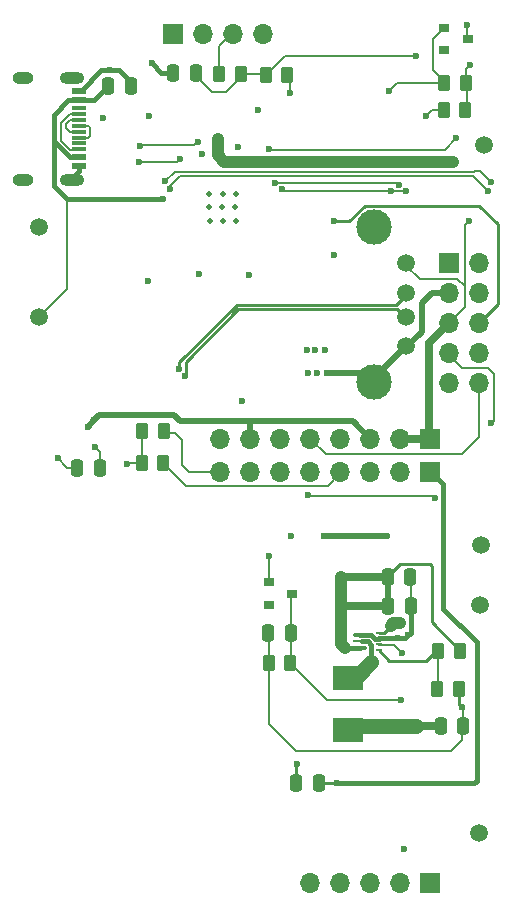
<source format=gbr>
%TF.GenerationSoftware,KiCad,Pcbnew,7.0.10*%
%TF.CreationDate,2025-01-07T15:59:30-07:00*%
%TF.ProjectId,HATA_ver_8.3.1,48415441-5f76-4657-925f-382e332e312e,8.3.1*%
%TF.SameCoordinates,Original*%
%TF.FileFunction,Copper,L1,Top*%
%TF.FilePolarity,Positive*%
%FSLAX46Y46*%
G04 Gerber Fmt 4.6, Leading zero omitted, Abs format (unit mm)*
G04 Created by KiCad (PCBNEW 7.0.10) date 2025-01-07 15:59:30*
%MOMM*%
%LPD*%
G01*
G04 APERTURE LIST*
G04 Aperture macros list*
%AMRoundRect*
0 Rectangle with rounded corners*
0 $1 Rounding radius*
0 $2 $3 $4 $5 $6 $7 $8 $9 X,Y pos of 4 corners*
0 Add a 4 corners polygon primitive as box body*
4,1,4,$2,$3,$4,$5,$6,$7,$8,$9,$2,$3,0*
0 Add four circle primitives for the rounded corners*
1,1,$1+$1,$2,$3*
1,1,$1+$1,$4,$5*
1,1,$1+$1,$6,$7*
1,1,$1+$1,$8,$9*
0 Add four rect primitives between the rounded corners*
20,1,$1+$1,$2,$3,$4,$5,0*
20,1,$1+$1,$4,$5,$6,$7,0*
20,1,$1+$1,$6,$7,$8,$9,0*
20,1,$1+$1,$8,$9,$2,$3,0*%
G04 Aperture macros list end*
%TA.AperFunction,SMDPad,CuDef*%
%ADD10RoundRect,0.250000X0.262500X0.450000X-0.262500X0.450000X-0.262500X-0.450000X0.262500X-0.450000X0*%
%TD*%
%TA.AperFunction,ComponentPad*%
%ADD11C,1.500000*%
%TD*%
%TA.AperFunction,SMDPad,CuDef*%
%ADD12R,0.900000X0.800000*%
%TD*%
%TA.AperFunction,SMDPad,CuDef*%
%ADD13RoundRect,0.250000X-0.250000X-0.475000X0.250000X-0.475000X0.250000X0.475000X-0.250000X0.475000X0*%
%TD*%
%TA.AperFunction,ComponentPad*%
%ADD14C,1.501140*%
%TD*%
%TA.AperFunction,ComponentPad*%
%ADD15C,2.999740*%
%TD*%
%TA.AperFunction,SMDPad,CuDef*%
%ADD16RoundRect,0.250000X-0.262500X-0.450000X0.262500X-0.450000X0.262500X0.450000X-0.262500X0.450000X0*%
%TD*%
%TA.AperFunction,ComponentPad*%
%ADD17R,1.700000X1.700000*%
%TD*%
%TA.AperFunction,ComponentPad*%
%ADD18O,1.700000X1.700000*%
%TD*%
%TA.AperFunction,SMDPad,CuDef*%
%ADD19RoundRect,0.087500X-0.487500X-0.087500X0.487500X-0.087500X0.487500X0.087500X-0.487500X0.087500X0*%
%TD*%
%TA.AperFunction,SMDPad,CuDef*%
%ADD20RoundRect,0.050000X-0.675000X-0.050000X0.675000X-0.050000X0.675000X0.050000X-0.675000X0.050000X0*%
%TD*%
%TA.AperFunction,SMDPad,CuDef*%
%ADD21RoundRect,0.062500X-0.162500X-0.062500X0.162500X-0.062500X0.162500X0.062500X-0.162500X0.062500X0*%
%TD*%
%TA.AperFunction,SMDPad,CuDef*%
%ADD22RoundRect,0.250000X0.250000X0.475000X-0.250000X0.475000X-0.250000X-0.475000X0.250000X-0.475000X0*%
%TD*%
%TA.AperFunction,SMDPad,CuDef*%
%ADD23R,2.600000X2.150000*%
%TD*%
%TA.AperFunction,ComponentPad*%
%ADD24O,1.800000X1.000000*%
%TD*%
%TA.AperFunction,ComponentPad*%
%ADD25O,2.100000X1.000000*%
%TD*%
%TA.AperFunction,SMDPad,CuDef*%
%ADD26R,1.150000X0.600000*%
%TD*%
%TA.AperFunction,SMDPad,CuDef*%
%ADD27R,1.150000X0.300000*%
%TD*%
%TA.AperFunction,ComponentPad*%
%ADD28C,0.508000*%
%TD*%
%TA.AperFunction,ViaPad*%
%ADD29C,0.600000*%
%TD*%
%TA.AperFunction,Conductor*%
%ADD30C,0.177800*%
%TD*%
%TA.AperFunction,Conductor*%
%ADD31C,0.381000*%
%TD*%
%TA.AperFunction,Conductor*%
%ADD32C,0.254000*%
%TD*%
%TA.AperFunction,Conductor*%
%ADD33C,0.508000*%
%TD*%
%TA.AperFunction,Conductor*%
%ADD34C,0.200000*%
%TD*%
%TA.AperFunction,Conductor*%
%ADD35C,1.270000*%
%TD*%
%TA.AperFunction,Conductor*%
%ADD36C,0.635000*%
%TD*%
%TA.AperFunction,Conductor*%
%ADD37C,1.016000*%
%TD*%
%TA.AperFunction,Conductor*%
%ADD38C,0.228600*%
%TD*%
G04 APERTURE END LIST*
D10*
%TO.P,R1,1*%
%TO.N,Net-(C3-Pad1)*%
X223352500Y-156700000D03*
%TO.P,R1,2*%
%TO.N,GND*%
X221527500Y-156700000D03*
%TD*%
D11*
%TO.P,TP3,1,1*%
%TO.N,Net-(C3-Pad1)*%
X239430000Y-151780000D03*
%TD*%
D12*
%TO.P,D1,*%
%TO.N,*%
X221520000Y-151750000D03*
%TO.P,D1,1,K*%
%TO.N,Net-(C3-Pad1)*%
X223520000Y-150800000D03*
%TO.P,D1,2,A*%
%TO.N,/Power control/EXT_EN*%
X221520000Y-149850000D03*
%TD*%
D13*
%TO.P,C4,1*%
%TO.N,/BBD_IPS_OUT*%
X236090000Y-162000000D03*
%TO.P,C4,2*%
%TO.N,GND*%
X237990000Y-162000000D03*
%TD*%
%TO.P,C1,1*%
%TO.N,/Power control/AC_IN*%
X207940000Y-107840000D03*
%TO.P,C1,2*%
%TO.N,GND*%
X209840000Y-107840000D03*
%TD*%
D10*
%TO.P,R7,1*%
%TO.N,/SDA*%
X223092500Y-106910000D03*
%TO.P,R7,2*%
%TO.N,/3v3*%
X221267500Y-106910000D03*
%TD*%
D11*
%TO.P,TP5,1,1*%
%TO.N,/Power control/AC_IN*%
X202040000Y-127380000D03*
%TD*%
D14*
%TO.P,P3,1,VCC*%
%TO.N,/5V_OUT*%
X233160000Y-122845000D03*
%TO.P,P3,2,D-*%
%TO.N,/USB2_D-*%
X233160000Y-125345000D03*
%TO.P,P3,3,D+*%
%TO.N,/USB2_D+*%
X233160000Y-127345000D03*
%TO.P,P3,4,GND*%
%TO.N,/A_GND*%
X233160000Y-129845000D03*
D15*
%TO.P,P3,5,shield*%
X230450000Y-119775000D03*
X230450000Y-132915000D03*
%TD*%
D16*
%TO.P,R4,1*%
%TO.N,/BBD_PB2*%
X236337500Y-109830000D03*
%TO.P,R4,2*%
%TO.N,/5V_OUT*%
X238162500Y-109830000D03*
%TD*%
D17*
%TO.P,P6,1,Pin_1*%
%TO.N,/5V_OUT*%
X235200000Y-137680000D03*
D18*
%TO.P,P6,2,Pin_2*%
X232660000Y-137680000D03*
%TO.P,P6,3,Pin_3*%
%TO.N,GND*%
X230120000Y-137680000D03*
%TO.P,P6,4,Pin_4*%
%TO.N,Net-(D2-Pad2)*%
X227580000Y-137680000D03*
%TO.P,P6,5,Pin_5*%
%TO.N,/BBD_PB2*%
X225040000Y-137680000D03*
%TO.P,P6,6,Pin_6*%
%TO.N,/BBD_PA6*%
X222500000Y-137680000D03*
%TO.P,P6,7,Pin_7*%
%TO.N,GND*%
X219960000Y-137680000D03*
%TO.P,P6,8,Pin_8*%
%TO.N,Net-(C9-Pad2)*%
X217420000Y-137680000D03*
%TD*%
D11*
%TO.P,TP2,1,1*%
%TO.N,/BBD_IPS_OUT*%
X239490000Y-146720000D03*
%TD*%
D10*
%TO.P,R10,1*%
%TO.N,/PG11*%
X212592500Y-139740000D03*
%TO.P,R10,2*%
%TO.N,/A_GND*%
X210767500Y-139740000D03*
%TD*%
D13*
%TO.P,C7,1*%
%TO.N,/5V_OUT*%
X231650000Y-151890000D03*
%TO.P,C7,2*%
%TO.N,GND*%
X233550000Y-151890000D03*
%TD*%
D11*
%TO.P,TP4,1,1*%
%TO.N,/5V_OUT*%
X239350000Y-171050000D03*
%TD*%
D17*
%TO.P,P7,1,Pin_1*%
%TO.N,/5V_OUT*%
X235200000Y-175320000D03*
D18*
%TO.P,P7,2,Pin_2*%
%TO.N,Net-(P7-Pad2)*%
X232660000Y-175320000D03*
%TO.P,P7,3,Pin_3*%
%TO.N,Net-(P7-Pad3)*%
X230120000Y-175320000D03*
%TO.P,P7,4,Pin_4*%
%TO.N,/USB2_D+*%
X227580000Y-175320000D03*
%TO.P,P7,5,Pin_5*%
%TO.N,/USB2_D-*%
X225040000Y-175320000D03*
%TD*%
D19*
%TO.P,U3,1,GND*%
%TO.N,GND*%
X229235000Y-154300000D03*
D20*
%TO.P,U3,2,SW*%
%TO.N,/U2_SW*%
X229385000Y-154850000D03*
D19*
%TO.P,U3,3,Vout*%
%TO.N,/5V_OUT*%
X229260000Y-155400000D03*
D21*
%TO.P,U3,4,FB*%
%TO.N,/5V_FB*%
X230835000Y-155600000D03*
%TO.P,U3,5,ENA*%
%TO.N,Net-(C3-Pad1)*%
X230835000Y-155100000D03*
%TO.P,U3,6,MODE*%
%TO.N,GND*%
X230835000Y-154600000D03*
%TO.P,U3,7,VIN*%
%TO.N,/BBD_IPS_OUT*%
X230835000Y-154100000D03*
%TD*%
D10*
%TO.P,R21,1*%
%TO.N,/5V_OUT*%
X237672500Y-155640000D03*
%TO.P,R21,2*%
%TO.N,/5V_FB*%
X235847500Y-155640000D03*
%TD*%
D17*
%TO.P,P5,1,Pin_1*%
%TO.N,/3v3*%
X235200000Y-140470000D03*
D18*
%TO.P,P5,2,Pin_2*%
%TO.N,/SDA*%
X232660000Y-140470000D03*
%TO.P,P5,3,Pin_3*%
%TO.N,/SCL*%
X230120000Y-140470000D03*
%TO.P,P5,4,Pin_4*%
%TO.N,/PG11*%
X227580000Y-140470000D03*
%TO.P,P5,5,Pin_5*%
%TO.N,/A_GND*%
X225040000Y-140470000D03*
%TO.P,P5,6,Pin_6*%
%TO.N,unconnected-(P5-Pad6)*%
X222500000Y-140470000D03*
%TO.P,P5,7,Pin_7*%
%TO.N,unconnected-(P5-Pad7)*%
X219960000Y-140470000D03*
%TO.P,P5,8,Pin_8*%
%TO.N,/PA3*%
X217420000Y-140470000D03*
%TD*%
D22*
%TO.P,C5,1*%
%TO.N,/5V_OUT*%
X207190000Y-140130000D03*
%TO.P,C5,2*%
%TO.N,/A_GND*%
X205290000Y-140130000D03*
%TD*%
D13*
%TO.P,C6,1*%
%TO.N,/5V_OUT*%
X231600000Y-149390000D03*
%TO.P,C6,2*%
%TO.N,GND*%
X233500000Y-149390000D03*
%TD*%
D12*
%TO.P,D2,*%
%TO.N,*%
X236360000Y-104800000D03*
%TO.P,D2,1,K*%
%TO.N,/BBD_PB1*%
X238360000Y-103850000D03*
%TO.P,D2,2,A*%
%TO.N,Net-(D2-Pad2)*%
X236360000Y-102900000D03*
%TD*%
D17*
%TO.P,J10,1,Pin_1*%
%TO.N,/Power control/BATT+*%
X236790000Y-122800000D03*
D18*
%TO.P,J10,2,Pin_2*%
%TO.N,GND*%
X239330000Y-122800000D03*
%TO.P,J10,3,Pin_3*%
%TO.N,/A_GND*%
X236790000Y-125340000D03*
%TO.P,J10,4,Pin_4*%
%TO.N,GND*%
X239330000Y-125340000D03*
%TO.P,J10,5,Pin_5*%
%TO.N,/5V_OUT*%
X236790000Y-127880000D03*
%TO.P,J10,6,Pin_6*%
%TO.N,/BBD_IPS_OUT*%
X239330000Y-127880000D03*
%TO.P,J10,7,Pin_7*%
%TO.N,/BBD_PA6*%
X236790000Y-130420000D03*
%TO.P,J10,8,Pin_8*%
%TO.N,/BBD_CHG_LED*%
X239330000Y-130420000D03*
%TO.P,J10,9,Pin_9*%
%TO.N,/BBD_PB1*%
X236790000Y-132960000D03*
%TO.P,J10,10,Pin_10*%
%TO.N,/BBD_PB2*%
X239330000Y-132960000D03*
%TD*%
D17*
%TO.P,P2,1,Pin_1*%
%TO.N,/A_GND*%
X213390000Y-103390000D03*
D18*
%TO.P,P2,2,Pin_2*%
%TO.N,/5V_OUT*%
X215930000Y-103390000D03*
%TO.P,P2,3,Pin_3*%
%TO.N,/SCL*%
X218470000Y-103390000D03*
%TO.P,P2,4,Pin_4*%
%TO.N,/SDA*%
X221010000Y-103390000D03*
%TD*%
D16*
%TO.P,R22,1*%
%TO.N,/5V_FB*%
X235767500Y-158900000D03*
%TO.P,R22,2*%
%TO.N,GND*%
X237592500Y-158900000D03*
%TD*%
D11*
%TO.P,TP1,1,1*%
%TO.N,GND*%
X202040000Y-119730000D03*
%TD*%
%TO.P,TP6,1,1*%
%TO.N,/Power control/BATT+*%
X239770000Y-112850000D03*
%TD*%
D22*
%TO.P,C8,1*%
%TO.N,/3v3*%
X215340000Y-106720000D03*
%TO.P,C8,2*%
%TO.N,/A_GND*%
X213440000Y-106720000D03*
%TD*%
D23*
%TO.P,L1,1,1*%
%TO.N,/BBD_IPS_OUT*%
X228260000Y-162320000D03*
%TO.P,L1,2,2*%
%TO.N,/U2_SW*%
X228260000Y-157960000D03*
%TD*%
D10*
%TO.P,R14,1*%
%TO.N,/PA3*%
X212642500Y-137050000D03*
%TO.P,R14,2*%
%TO.N,/A_GND*%
X210817500Y-137050000D03*
%TD*%
D16*
%TO.P,R3,1*%
%TO.N,Net-(D2-Pad2)*%
X236367500Y-107540000D03*
%TO.P,R3,2*%
%TO.N,/5V_OUT*%
X238192500Y-107540000D03*
%TD*%
D24*
%TO.P,P1,1,Shell*%
%TO.N,GND*%
X200692500Y-115760000D03*
X200692500Y-107120000D03*
D25*
X204872500Y-115760000D03*
X204872500Y-107120000D03*
D26*
%TO.P,P1,A1/B12,GND*%
X205447500Y-108240000D03*
%TO.P,P1,A4/B9,Power*%
%TO.N,/Power control/AC_IN*%
X205447500Y-109040000D03*
D27*
%TO.P,P1,A5,CC1*%
%TO.N,Net-(P1-PadA5)*%
X205447500Y-110190000D03*
%TO.P,P1,A6,D+*%
%TO.N,Net-(P1-PadA6)*%
X205447500Y-111190000D03*
%TO.P,P1,A7,D-*%
%TO.N,Net-(P1-PadA7)*%
X205447500Y-111690000D03*
%TO.P,P1,A8,SBU1*%
%TO.N,unconnected-(P1-PadA8)*%
X205447500Y-112690000D03*
D26*
%TO.P,P1,B1/A12,GND*%
%TO.N,GND*%
X205447500Y-114640000D03*
%TO.P,P1,B4/A9,Power*%
%TO.N,/Power control/AC_IN*%
X205447500Y-113840000D03*
D27*
%TO.P,P1,B5,CC2*%
%TO.N,Net-(P1-PadA5)*%
X205447500Y-113190000D03*
%TO.P,P1,B6,D+*%
%TO.N,Net-(P1-PadA6)*%
X205447500Y-112190000D03*
%TO.P,P1,B7,D-*%
%TO.N,Net-(P1-PadA7)*%
X205447500Y-110690000D03*
%TO.P,P1,B8,SBU2*%
%TO.N,unconnected-(P1-PadB8)*%
X205447500Y-109690000D03*
%TD*%
D22*
%TO.P,C2,1*%
%TO.N,/3v3*%
X225760000Y-166830000D03*
%TO.P,C2,2*%
%TO.N,/A_GND*%
X223860000Y-166830000D03*
%TD*%
%TO.P,C3,1*%
%TO.N,Net-(C3-Pad1)*%
X223390000Y-154130000D03*
%TO.P,C3,2*%
%TO.N,GND*%
X221490000Y-154130000D03*
%TD*%
D16*
%TO.P,R8,1*%
%TO.N,/SCL*%
X217337500Y-106850000D03*
%TO.P,R8,2*%
%TO.N,/3v3*%
X219162500Y-106850000D03*
%TD*%
D28*
%TO.P,U4,49,GND_PAD*%
%TO.N,GND*%
X217610000Y-119250000D03*
X216435000Y-118100000D03*
X217610000Y-117000000D03*
X217585000Y-118100000D03*
X216485000Y-117000000D03*
X218735000Y-119225000D03*
X216510000Y-119225000D03*
X218685000Y-118100000D03*
X218710000Y-117000000D03*
%TD*%
D29*
%TO.N,/Power control/AC_IN*%
X212526250Y-117403750D03*
%TO.N,GND*%
X206170000Y-136660000D03*
X227026250Y-122093750D03*
X220566250Y-109863750D03*
X211376250Y-110403750D03*
X232440000Y-154600000D03*
X207506250Y-110493750D03*
X226260000Y-130170000D03*
X208100000Y-106510000D03*
X233330000Y-154340000D03*
X237860000Y-160440000D03*
X225416250Y-130153750D03*
X206685000Y-136145000D03*
X224726250Y-130153750D03*
%TO.N,/3v3*%
X227300000Y-166860000D03*
X233960000Y-105290000D03*
%TO.N,/A_GND*%
X203630000Y-139290000D03*
X223870000Y-165230000D03*
X211266250Y-124313750D03*
X224836250Y-132153750D03*
X223370000Y-145890000D03*
X231530000Y-145960000D03*
X226416250Y-132163750D03*
X225606250Y-132153750D03*
X211590000Y-105890000D03*
X232970000Y-172450000D03*
X209510000Y-139850000D03*
X226210000Y-145960000D03*
%TO.N,Net-(C3-Pad1)*%
X232750000Y-159770000D03*
X232770000Y-155810000D03*
%TO.N,/5V_OUT*%
X206830000Y-138420000D03*
X227620000Y-149490000D03*
X238472411Y-119230000D03*
X227620000Y-154680000D03*
X238580000Y-106030000D03*
X219210000Y-134460000D03*
X227620000Y-152060000D03*
%TO.N,/Power control/BATT+*%
X217190000Y-112330000D03*
X237080000Y-114250000D03*
X236210000Y-114220000D03*
X217202700Y-113160000D03*
X235430000Y-114220000D03*
%TO.N,/BBD_IPS_OUT*%
X218920000Y-112970000D03*
X215585000Y-123715000D03*
X232980000Y-162020000D03*
X231810000Y-162020000D03*
X233990000Y-162020000D03*
X231860000Y-153520000D03*
X232650000Y-153310000D03*
X240094577Y-116703898D03*
X219810000Y-123860000D03*
X213136250Y-116533750D03*
X215893304Y-113566588D03*
X227036250Y-119273750D03*
%TO.N,Net-(C16-Pad2)*%
X215530000Y-112530000D03*
X210576250Y-112873750D03*
%TO.N,/Power control/EXT_EN*%
X221530000Y-147630000D03*
%TO.N,Net-(D2-Pad2)*%
X231660000Y-108250000D03*
%TO.N,/BBD_PB1*%
X221530000Y-113130000D03*
X238300000Y-102680000D03*
X237390000Y-112250000D03*
%TO.N,/BBD_PB2*%
X234820000Y-110330000D03*
%TO.N,/BBD_PA6*%
X224830000Y-142470000D03*
X240340000Y-136400000D03*
X235580000Y-142680000D03*
%TO.N,/BBD_CHG_LED*%
X212763566Y-115851617D03*
X240320000Y-115960000D03*
%TO.N,/SCL*%
X222600000Y-116570000D03*
X233104040Y-116720000D03*
X231833789Y-116736211D03*
%TO.N,/SDA*%
X223280000Y-108430000D03*
X232530000Y-116170000D03*
X222010000Y-116030000D03*
%TO.N,/USB2_D-*%
X213930000Y-131750000D03*
%TO.N,/USB2_D+*%
X214410000Y-132340000D03*
%TO.N,Net-(R18-Pad1)*%
X213986250Y-113993750D03*
X210556250Y-114233750D03*
%TD*%
D30*
%TO.N,/Power control/AC_IN*%
X204413750Y-125006250D02*
X204413750Y-117403750D01*
D31*
X205447500Y-109040000D02*
X206720000Y-109040000D01*
X206720000Y-109040000D02*
X207940000Y-107820000D01*
X204413750Y-117403750D02*
X203340000Y-116330000D01*
X203310000Y-112470000D02*
X204720000Y-113880000D01*
X203340000Y-116330000D02*
X203340000Y-112500000D01*
X204550000Y-109040000D02*
X203310000Y-110280000D01*
D30*
X202040000Y-127380000D02*
X204413750Y-125006250D01*
D31*
X205447500Y-109040000D02*
X204550000Y-109040000D01*
X204720000Y-113880000D02*
X205340000Y-113880000D01*
X212526250Y-117403750D02*
X204413750Y-117403750D01*
X203310000Y-110280000D02*
X203310000Y-112470000D01*
D32*
%TO.N,GND*%
X237592500Y-160172500D02*
X237825000Y-160405000D01*
D31*
X205447500Y-115022500D02*
X204830000Y-115640000D01*
D33*
X228660000Y-136220000D02*
X214020000Y-136220000D01*
D31*
X205590000Y-108240000D02*
X207320000Y-106510000D01*
X205447500Y-114640000D02*
X205447500Y-115022500D01*
D32*
X237825000Y-160405000D02*
X237860000Y-160440000D01*
D30*
X221527500Y-161877500D02*
X223820000Y-164170000D01*
D31*
X233330000Y-154340000D02*
X233550000Y-154120000D01*
X208810000Y-106510000D02*
X209980000Y-107680000D01*
X208100000Y-106510000D02*
X208810000Y-106510000D01*
X230160190Y-154291678D02*
X230475683Y-154607171D01*
D33*
X207150000Y-135680000D02*
X206685000Y-136145000D01*
X214020000Y-136220000D02*
X213480000Y-135680000D01*
D30*
X236940000Y-164170000D02*
X237880000Y-163230000D01*
D31*
X230475683Y-154607171D02*
X230809998Y-154607171D01*
D33*
X213480000Y-135680000D02*
X207150000Y-135680000D01*
D31*
X230835000Y-154600000D02*
X232440000Y-154600000D01*
D34*
X237990000Y-160570000D02*
X237990000Y-162000000D01*
D31*
X233550000Y-154120000D02*
X233550000Y-151890000D01*
D33*
X206685000Y-136145000D02*
X206170000Y-136660000D01*
D30*
X221527500Y-156700000D02*
X221527500Y-154092500D01*
X221527500Y-156700000D02*
X221527500Y-161877500D01*
D32*
X237860000Y-160440000D02*
X237980000Y-160560000D01*
D31*
X233330000Y-154340000D02*
X233070000Y-154600000D01*
D33*
X230120000Y-137680000D02*
X228660000Y-136220000D01*
D32*
X237592500Y-158900000D02*
X237592500Y-160172500D01*
D34*
X233560000Y-149450000D02*
X233560000Y-152150000D01*
X237980000Y-160560000D02*
X237990000Y-160570000D01*
D31*
X233070000Y-154600000D02*
X232440000Y-154600000D01*
D30*
X223820000Y-164170000D02*
X236940000Y-164170000D01*
D31*
X207320000Y-106510000D02*
X208100000Y-106510000D01*
D33*
X219960000Y-136270000D02*
X219960000Y-137740000D01*
D31*
X229243320Y-154291680D02*
X230160183Y-154291680D01*
D30*
X237880000Y-163230000D02*
X237880000Y-162060000D01*
D31*
X229235000Y-154300000D02*
X229243320Y-154291680D01*
%TO.N,/3v3*%
X239120000Y-166640000D02*
X238900000Y-166860000D01*
X236247811Y-141517811D02*
X236247811Y-152067811D01*
X235200000Y-140470000D02*
X236247811Y-141517811D01*
D30*
X221267500Y-106910000D02*
X222887500Y-105290000D01*
X219162500Y-106850000D02*
X221240000Y-106850000D01*
X217860000Y-108350000D02*
X216700000Y-108350000D01*
D32*
X227270000Y-166830000D02*
X227300000Y-166860000D01*
X225760000Y-166830000D02*
X227270000Y-166830000D01*
D30*
X216700000Y-108350000D02*
X215410000Y-107060000D01*
X219162500Y-107047500D02*
X217860000Y-108350000D01*
X222887500Y-105290000D02*
X233960000Y-105290000D01*
D31*
X236247811Y-152067811D02*
X239120000Y-154940000D01*
X239120000Y-154940000D02*
X239120000Y-166640000D01*
X238900000Y-166860000D02*
X227300000Y-166860000D01*
D33*
%TO.N,/A_GND*%
X234450000Y-128620000D02*
X233170000Y-129900000D01*
D30*
X204470000Y-140130000D02*
X203630000Y-139290000D01*
D33*
X234450000Y-126230000D02*
X234450000Y-128620000D01*
X231529992Y-145960008D02*
X226210012Y-145960008D01*
X236790000Y-125340000D02*
X235340000Y-125340000D01*
D32*
X223860000Y-166830000D02*
X223860000Y-165240000D01*
D33*
X235340000Y-125340000D02*
X234450000Y-126230000D01*
D31*
X212420000Y-106720000D02*
X211590000Y-105890000D01*
D33*
X226416260Y-132163744D02*
X229743762Y-132163744D01*
D30*
X205290000Y-140130000D02*
X204470000Y-140130000D01*
D33*
X233160011Y-129845003D02*
X230510004Y-132495011D01*
D30*
X210767500Y-139740000D02*
X209620000Y-139740000D01*
D32*
X223860000Y-165240000D02*
X223870000Y-165230000D01*
D30*
X209620000Y-139740000D02*
X209510000Y-139850000D01*
D31*
X213440000Y-106720000D02*
X212420000Y-106720000D01*
D30*
X210767500Y-139740000D02*
X210767500Y-137092500D01*
%TO.N,Net-(C3-Pad1)*%
X226422500Y-159770000D02*
X232750000Y-159770000D01*
X232110000Y-155150000D02*
X230810000Y-155150000D01*
X232770000Y-155810000D02*
X232110000Y-155150000D01*
X223390000Y-154130000D02*
X223390000Y-156770000D01*
X223440000Y-150770000D02*
X223440000Y-154150000D01*
X223352500Y-156700000D02*
X226422500Y-159770000D01*
D31*
%TO.N,/U2_SW*%
X230202820Y-155123901D02*
X230202820Y-156617180D01*
D35*
X230202811Y-156617175D02*
X228610002Y-158210009D01*
D31*
X229385000Y-154850000D02*
X229928919Y-154850000D01*
X229928919Y-154850000D02*
X230202820Y-155123901D01*
D30*
%TO.N,/5V_OUT*%
X238090000Y-124800000D02*
X238090000Y-119612411D01*
D32*
X231520000Y-149360000D02*
X232610000Y-148270000D01*
D30*
X236790000Y-127880000D02*
X238090000Y-126580000D01*
X238090000Y-119612411D02*
X238472411Y-119230000D01*
D36*
X235200000Y-137680000D02*
X232720000Y-137680000D01*
D32*
X235320000Y-153230000D02*
X237650000Y-155560000D01*
D36*
X231600000Y-149390000D02*
X227650000Y-149390000D01*
X231650000Y-151890000D02*
X227790000Y-151890000D01*
D30*
X206830000Y-138420000D02*
X207190000Y-138780000D01*
D37*
X227620000Y-149490000D02*
X227620000Y-149420000D01*
X227940000Y-155400000D02*
X227620000Y-155080000D01*
D30*
X207190000Y-138780000D02*
X207190000Y-140130000D01*
X238302500Y-109690000D02*
X238302500Y-107442500D01*
D37*
X227620000Y-151780000D02*
X227620000Y-150420000D01*
D30*
X237450000Y-124160000D02*
X234300000Y-124160000D01*
D33*
X231650000Y-151890000D02*
X231650000Y-149430000D01*
D37*
X227620000Y-154680000D02*
X227620000Y-151780000D01*
D36*
X227790000Y-151890000D02*
X227620000Y-152060000D01*
D31*
X229260000Y-155400000D02*
X227940000Y-155400000D01*
D32*
X235170000Y-148280000D02*
X235320000Y-148430000D01*
D30*
X238090000Y-124800000D02*
X237450000Y-124160000D01*
D37*
X227620000Y-150420000D02*
X227620000Y-149490000D01*
D32*
X235320000Y-148430000D02*
X235320000Y-153230000D01*
D37*
X227620000Y-152060000D02*
X227620000Y-151780000D01*
X227620000Y-155080000D02*
X227620000Y-154680000D01*
D30*
X234300000Y-124160000D02*
X233090000Y-122950000D01*
X238192500Y-107540000D02*
X238192500Y-106417500D01*
X238090000Y-126580000D02*
X238090000Y-124800000D01*
D36*
X236790000Y-127880000D02*
X235120000Y-129550000D01*
D32*
X232610000Y-148270000D02*
X235160000Y-148270000D01*
D36*
X235120000Y-129550000D02*
X235120000Y-137830000D01*
X227650000Y-149390000D02*
X227620000Y-149420000D01*
D32*
X235160000Y-148270000D02*
X235170000Y-148280000D01*
D30*
X238192500Y-106417500D02*
X238580000Y-106030000D01*
D37*
%TO.N,/Power control/BATT+*%
X237050000Y-114220000D02*
X237080000Y-114250000D01*
X217190000Y-113657500D02*
X217752500Y-114220000D01*
X217190000Y-112330000D02*
X217190000Y-113657500D01*
X235430000Y-114220000D02*
X237050000Y-114220000D01*
X217752500Y-114220000D02*
X235430000Y-114220000D01*
D36*
%TO.N,/BBD_IPS_OUT*%
X234020000Y-162020000D02*
X235990014Y-162020000D01*
D35*
X229020000Y-162020000D02*
X228400000Y-162640000D01*
D32*
X239350819Y-117970819D02*
X229629181Y-117970819D01*
D30*
X214010000Y-115430000D02*
X238820679Y-115430000D01*
D37*
X232650000Y-153310000D02*
X232070000Y-153310000D01*
D32*
X240890000Y-126320000D02*
X240890000Y-119510000D01*
X230835000Y-154100000D02*
X231280000Y-154100000D01*
D35*
X233990000Y-162020000D02*
X233310000Y-162020000D01*
D32*
X229629181Y-117970819D02*
X228326250Y-119273750D01*
D30*
X213136250Y-116533750D02*
X213136250Y-116303750D01*
D37*
X232070000Y-153310000D02*
X231860000Y-153520000D01*
D32*
X231280000Y-154100000D02*
X231860000Y-153520000D01*
D35*
X231810000Y-162020000D02*
X229020000Y-162020000D01*
D32*
X239330000Y-127880000D02*
X240890000Y-126320000D01*
X228326250Y-119273750D02*
X227036250Y-119273750D01*
D30*
X213136250Y-116303750D02*
X214010000Y-115430000D01*
X238820679Y-115430000D02*
X240094577Y-116703898D01*
D35*
X234020000Y-162020000D02*
X233990000Y-162020000D01*
X233310000Y-162020000D02*
X232980000Y-162020000D01*
X232980000Y-162020000D02*
X231810000Y-162020000D01*
D32*
X240890000Y-119510000D02*
X239350819Y-117970819D01*
D34*
%TO.N,Net-(C16-Pad2)*%
X215530000Y-112530000D02*
X215196250Y-112863750D01*
X210586250Y-112863750D02*
X210576250Y-112873750D01*
X215196250Y-112863750D02*
X210586250Y-112863750D01*
D30*
%TO.N,/Power control/EXT_EN*%
X221530000Y-147630000D02*
X221530000Y-149860000D01*
%TO.N,Net-(D2-Pad2)*%
X235420000Y-106430000D02*
X236490000Y-107500000D01*
X232340000Y-107570000D02*
X236340000Y-107570000D01*
X231660000Y-108250000D02*
X232340000Y-107570000D01*
X236360000Y-102900000D02*
X235420000Y-103840000D01*
X235420000Y-103840000D02*
X235420000Y-106430000D01*
D32*
%TO.N,/5V_FB*%
X231735000Y-156500000D02*
X234830000Y-156500000D01*
D30*
X235847500Y-155640000D02*
X235847500Y-159047500D01*
D32*
X234830010Y-156499992D02*
X235560006Y-155769996D01*
X230835000Y-155600000D02*
X231735000Y-156500000D01*
D30*
%TO.N,/BBD_PB1*%
X238300000Y-102680000D02*
X238300000Y-103820000D01*
X237390000Y-112250000D02*
X236405300Y-113234700D01*
X221634700Y-113234700D02*
X221530000Y-113130000D01*
X236405300Y-113234700D02*
X221634700Y-113234700D01*
%TO.N,/BBD_PB2*%
X236337500Y-109830000D02*
X235320000Y-109830000D01*
X226330000Y-138970000D02*
X237900000Y-138970000D01*
X237900000Y-138970000D02*
X239290000Y-137580000D01*
X235320000Y-109830000D02*
X234820000Y-110330000D01*
X239290000Y-137580000D02*
X239290000Y-133020000D01*
X225040000Y-137680000D02*
X226330000Y-138970000D01*
%TO.N,/BBD_PA6*%
X240570000Y-136170000D02*
X240570000Y-132180000D01*
X240110000Y-131720000D02*
X237880000Y-131720000D01*
X237880000Y-131720000D02*
X236620000Y-130460000D01*
X240570000Y-132180000D02*
X240110000Y-131720000D01*
X240340000Y-136400000D02*
X240570000Y-136170000D01*
X224893759Y-142533776D02*
X235433776Y-142533776D01*
X235433776Y-142533776D02*
X235580000Y-142680000D01*
%TO.N,/BBD_CHG_LED*%
X238912894Y-115020000D02*
X239380000Y-115020000D01*
X212763566Y-115851617D02*
X213540303Y-115074880D01*
X213540303Y-115074880D02*
X238858014Y-115074880D01*
X238858014Y-115074880D02*
X238912894Y-115020000D01*
X239380000Y-115020000D02*
X240320000Y-115960000D01*
%TO.N,Net-(P1-PadA5)*%
X203940000Y-110940078D02*
X203940000Y-112454100D01*
X203940000Y-112454100D02*
X204705900Y-113220000D01*
X204690078Y-110190000D02*
X203940000Y-110940078D01*
X205447500Y-110190000D02*
X204690078Y-110190000D01*
X204705900Y-113220000D02*
X205170000Y-113220000D01*
%TO.N,Net-(P1-PadA6)*%
X206360000Y-111330000D02*
X206360000Y-112034922D01*
X206174922Y-112220000D02*
X205670000Y-112220000D01*
X206360000Y-112034922D02*
X206174922Y-112220000D01*
X205447500Y-111190000D02*
X206220000Y-111190000D01*
X206220000Y-111190000D02*
X206360000Y-111330000D01*
%TO.N,Net-(P1-PadA7)*%
X205447500Y-110690000D02*
X204710000Y-110690000D01*
X204360000Y-111400000D02*
X204670000Y-111710000D01*
X204710000Y-110690000D02*
X204360000Y-111040000D01*
X204670000Y-111710000D02*
X205220000Y-111710000D01*
X204360000Y-111040000D02*
X204360000Y-111400000D01*
%TO.N,/SCL*%
X233087829Y-116736211D02*
X233104040Y-116720000D01*
X231833789Y-116736211D02*
X233087829Y-116736211D01*
X217337500Y-104452500D02*
X218550000Y-103240000D01*
X217337500Y-106850000D02*
X217337500Y-104452500D01*
X222766211Y-116736211D02*
X231833789Y-116736211D01*
X222600000Y-116570000D02*
X222766211Y-116736211D01*
%TO.N,/SDA*%
X232363789Y-116003789D02*
X232530000Y-116170000D01*
X222036211Y-116003789D02*
X232363789Y-116003789D01*
X222010000Y-116030000D02*
X222036211Y-116003789D01*
X223280000Y-108430000D02*
X223280000Y-106920000D01*
D38*
%TO.N,/USB2_D-*%
X218800000Y-126330000D02*
X232280000Y-126330000D01*
X232280000Y-126330000D02*
X233290000Y-125320000D01*
X213930000Y-131750000D02*
X213930000Y-131200000D01*
X213930000Y-131200000D02*
X218800000Y-126330000D01*
%TO.N,/USB2_D+*%
X214486051Y-131167717D02*
X218953408Y-126700360D01*
X214410000Y-132340000D02*
X214486051Y-132263949D01*
X214486051Y-132263949D02*
X214486051Y-131167717D01*
X232410360Y-126700360D02*
X233240000Y-127530000D01*
X218953408Y-126700360D02*
X232410360Y-126700360D01*
D30*
%TO.N,/PA3*%
X213560000Y-137220000D02*
X212700000Y-137220000D01*
X214730000Y-140470000D02*
X214180000Y-139920000D01*
X214180000Y-139920000D02*
X214180000Y-137840000D01*
X214180000Y-137840000D02*
X213560000Y-137220000D01*
X217420000Y-140470000D02*
X214730000Y-140470000D01*
%TO.N,/PG11*%
X212592500Y-139740000D02*
X214532500Y-141680000D01*
X226520000Y-141680000D02*
X227590000Y-140610000D01*
X214532500Y-141680000D02*
X226520000Y-141680000D01*
D34*
%TO.N,Net-(R18-Pad1)*%
X213746251Y-114233749D02*
X210556240Y-114233749D01*
X213986250Y-113993750D02*
X213746251Y-114233749D01*
%TD*%
M02*

</source>
